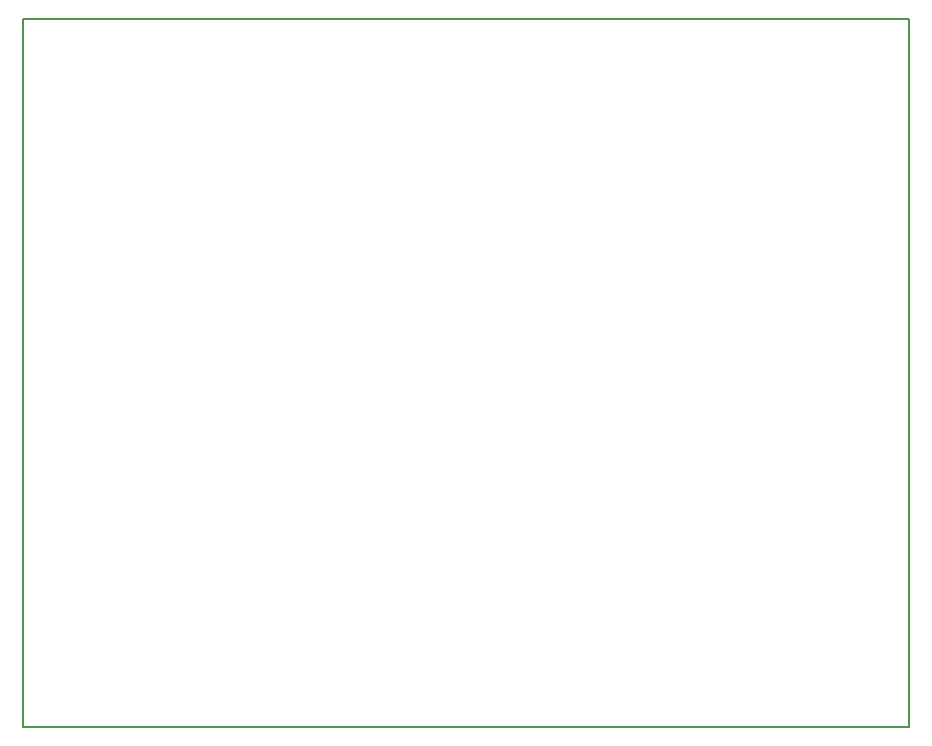
<source format=gbr>
G04 #@! TF.FileFunction,Profile,NP*
%FSLAX46Y46*%
G04 Gerber Fmt 4.6, Leading zero omitted, Abs format (unit mm)*
G04 Created by KiCad (PCBNEW 4.0.1-stable) date 2016/02/04 17:10:09*
%MOMM*%
G01*
G04 APERTURE LIST*
%ADD10C,0.100000*%
%ADD11C,0.150000*%
G04 APERTURE END LIST*
D10*
D11*
X0Y-60000000D02*
X0Y0D01*
X75000000Y-60000000D02*
X0Y-60000000D01*
X75000000Y0D02*
X75000000Y-60000000D01*
X0Y0D02*
X75000000Y0D01*
M02*

</source>
